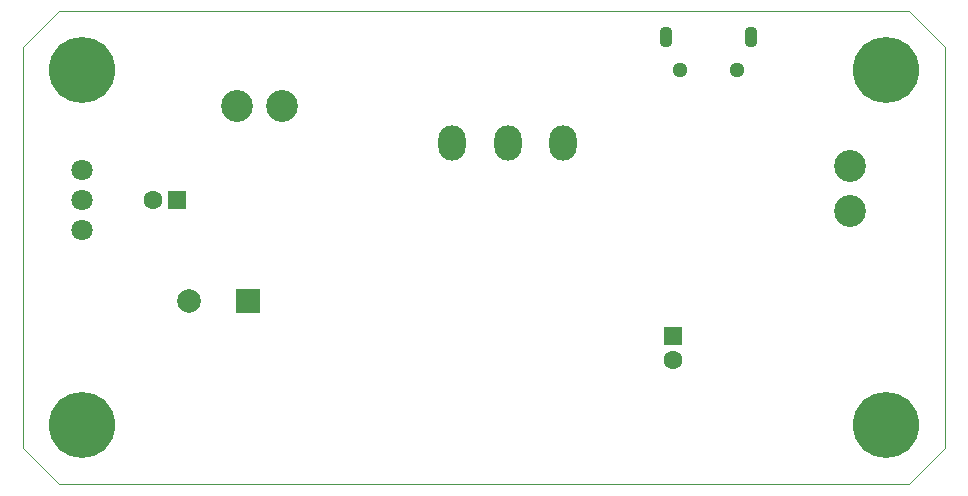
<source format=gbr>
%TF.GenerationSoftware,KiCad,Pcbnew,(5.1.10)-1*%
%TF.CreationDate,2021-05-16T21:49:31+02:00*%
%TF.ProjectId,BatteryBoost,42617474-6572-4794-926f-6f73742e6b69,rev?*%
%TF.SameCoordinates,Original*%
%TF.FileFunction,Soldermask,Bot*%
%TF.FilePolarity,Negative*%
%FSLAX46Y46*%
G04 Gerber Fmt 4.6, Leading zero omitted, Abs format (unit mm)*
G04 Created by KiCad (PCBNEW (5.1.10)-1) date 2021-05-16 21:49:31*
%MOMM*%
%LPD*%
G01*
G04 APERTURE LIST*
%TA.AperFunction,Profile*%
%ADD10C,0.050000*%
%TD*%
%ADD11C,1.600000*%
%ADD12R,1.600000X1.600000*%
%ADD13C,2.000000*%
%ADD14R,2.000000X2.000000*%
%ADD15O,2.300000X3.000000*%
%ADD16C,2.700000*%
%ADD17O,1.100000X1.800000*%
%ADD18C,1.290000*%
%ADD19C,1.800000*%
%ADD20C,5.600000*%
%ADD21C,3.600000*%
G04 APERTURE END LIST*
D10*
X3000000Y-40000000D02*
X0Y-37000000D01*
X78000000Y-37000000D02*
X75000000Y-40000000D01*
X75000000Y0D02*
X78000000Y-3000000D01*
X0Y-3000000D02*
X3000000Y0D01*
X78000000Y-37000000D02*
X78000000Y-3000000D01*
X3000000Y-40000000D02*
X75000000Y-40000000D01*
X75000000Y0D02*
X3000000Y0D01*
X0Y-3000000D02*
X0Y-37000000D01*
D11*
%TO.C,C1*%
X55000000Y-29500000D03*
D12*
X55000000Y-27500000D03*
%TD*%
D11*
%TO.C,C6*%
X11000000Y-16000000D03*
D12*
X13000000Y-16000000D03*
%TD*%
D13*
%TO.C,C4*%
X14000000Y-24500000D03*
D14*
X19000000Y-24500000D03*
%TD*%
D15*
%TO.C,SW1*%
X36300000Y-11100000D03*
X41000000Y-11100000D03*
X45700000Y-11100000D03*
%TD*%
D16*
%TO.C,J6*%
X70000000Y-16905000D03*
X70000000Y-13095000D03*
%TD*%
%TO.C,J7*%
X18095000Y-8000000D03*
X21905000Y-8000000D03*
%TD*%
D17*
%TO.C,J5*%
X54400000Y-2200000D03*
D18*
X55575000Y-5000000D03*
X60425000Y-5000000D03*
D17*
X54400000Y-2200000D03*
X61600000Y-2200000D03*
%TD*%
D19*
%TO.C,RV1*%
X5000000Y-13460000D03*
X5000000Y-16000000D03*
X5000000Y-18540000D03*
%TD*%
D20*
%TO.C,J4*%
X5000000Y-35000000D03*
D21*
X5000000Y-35000000D03*
%TD*%
D20*
%TO.C,J3*%
X73000000Y-5000000D03*
D21*
X73000000Y-5000000D03*
%TD*%
D20*
%TO.C,J2*%
X73000000Y-35000000D03*
D21*
X73000000Y-35000000D03*
%TD*%
D20*
%TO.C,J1*%
X5000000Y-5000000D03*
D21*
X5000000Y-5000000D03*
%TD*%
M02*

</source>
